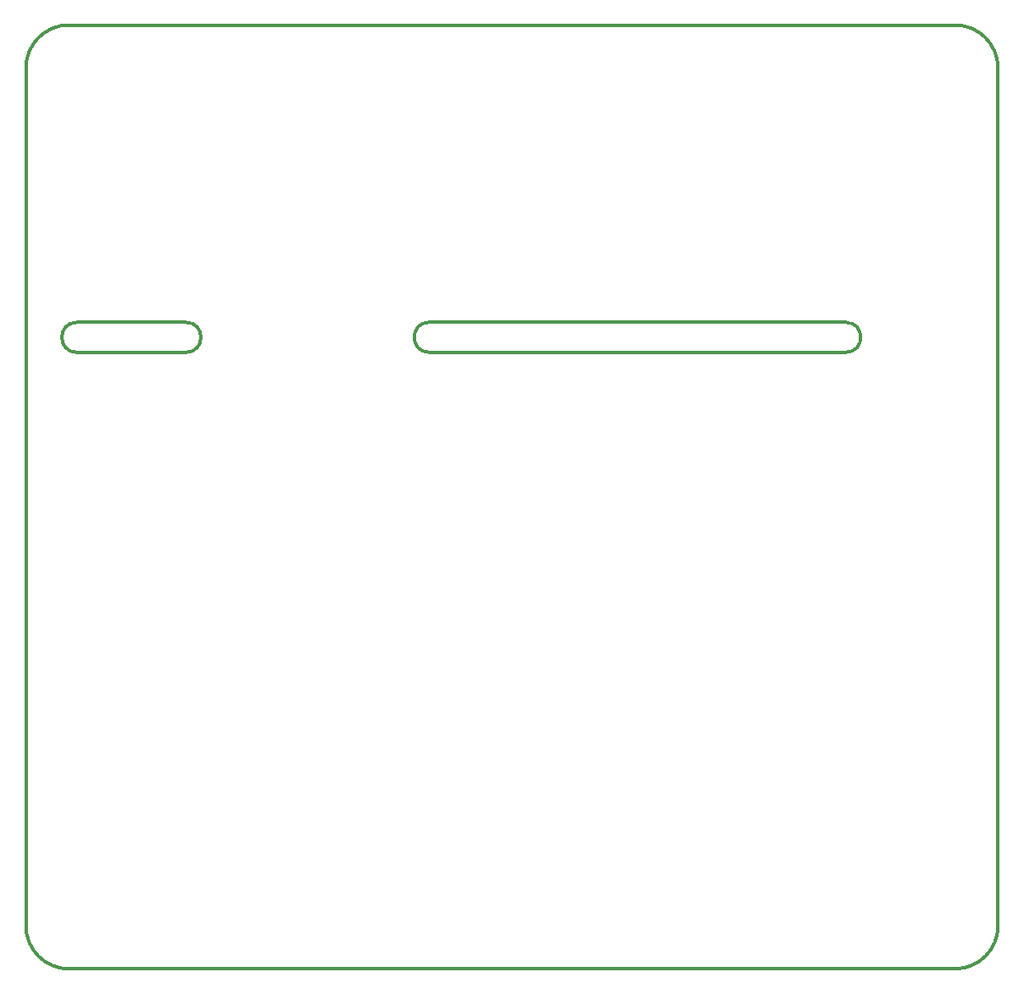
<source format=gbp>
G04*
G04 #@! TF.GenerationSoftware,Altium Limited,Altium Designer,22.0.2 (36)*
G04*
G04 Layer_Color=128*
%FSLAX25Y25*%
%MOIN*%
G70*
G04*
G04 #@! TF.SameCoordinates,F8844AE4-5711-4282-AF9D-DA4343363A06*
G04*
G04*
G04 #@! TF.FilePolarity,Positive*
G04*
G01*
G75*
%ADD11C,0.01181*%
D11*
X322393Y242520D02*
G03*
X322393Y254331I0J5906D01*
G01*
X158614D02*
G03*
X158614Y242520I0J-5906D01*
G01*
X20031Y254331D02*
G03*
X20031Y242520I0J-5906D01*
G01*
X62944D02*
G03*
X62944Y254331I0J5906D01*
G01*
X0Y16929D02*
G03*
X16929Y0I16929J0D01*
G01*
X365354D02*
G03*
X382283Y16929I0J16929D01*
G01*
Y354331D02*
G03*
X365354Y371260I-16929J0D01*
G01*
X16929D02*
G03*
X0Y354331I0J-16929D01*
G01*
X158614Y254331D02*
X321999D01*
X158614Y242520D02*
X321999D01*
X20031D02*
X62944D01*
X20031Y254331D02*
X62944D01*
X0Y16929D02*
Y354331D01*
X16929Y0D02*
X365354D01*
X382283Y16929D02*
Y354331D01*
X16929Y371260D02*
X365354D01*
M02*

</source>
